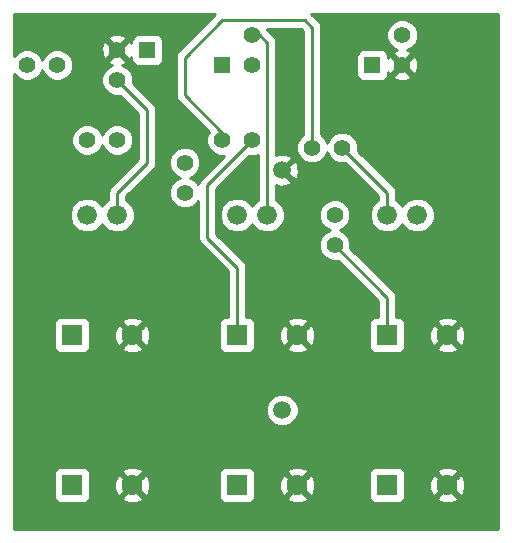
<source format=gtl>
G04 (created by PCBNEW (2013-jul-07)-stable) date Friday 21 August 2015 08:53:58 AM IST*
%MOIN*%
G04 Gerber Fmt 3.4, Leading zero omitted, Abs format*
%FSLAX34Y34*%
G01*
G70*
G90*
G04 APERTURE LIST*
%ADD10C,0.00590551*%
%ADD11R,0.055X0.055*%
%ADD12C,0.055*%
%ADD13C,0.066*%
%ADD14R,0.07X0.07*%
%ADD15C,0.07*%
%ADD16C,0.0590551*%
%ADD17C,0.01*%
G04 APERTURE END LIST*
G54D10*
G54D11*
X98500Y-72000D03*
G54D12*
X99500Y-72000D03*
X99500Y-71000D03*
G54D11*
X93500Y-72000D03*
G54D12*
X94500Y-72000D03*
X94500Y-71000D03*
G54D11*
X91000Y-71500D03*
G54D12*
X90000Y-71500D03*
X90000Y-72500D03*
X90000Y-74500D03*
X89000Y-74500D03*
X97250Y-77000D03*
X97250Y-78000D03*
X96500Y-74750D03*
X97500Y-74750D03*
X93500Y-74500D03*
X94500Y-74500D03*
X92250Y-75250D03*
X92250Y-76250D03*
X88000Y-72000D03*
X87000Y-72000D03*
G54D13*
X94000Y-77000D03*
X95000Y-77000D03*
X99000Y-77000D03*
X100000Y-77000D03*
X89000Y-77000D03*
X90000Y-77000D03*
G54D14*
X94000Y-86000D03*
G54D15*
X96000Y-86000D03*
G54D14*
X94000Y-81000D03*
G54D15*
X96000Y-81000D03*
G54D14*
X88500Y-81000D03*
G54D15*
X90500Y-81000D03*
G54D14*
X99000Y-86000D03*
G54D15*
X101000Y-86000D03*
G54D14*
X99000Y-81000D03*
G54D15*
X101000Y-81000D03*
G54D14*
X88500Y-86000D03*
G54D15*
X90500Y-86000D03*
G54D16*
X95500Y-75500D03*
X95500Y-83500D03*
G54D17*
X99000Y-81000D02*
X99000Y-79750D01*
X99000Y-79750D02*
X97250Y-78000D01*
X93500Y-74500D02*
X93500Y-74250D01*
X96500Y-70750D02*
X96500Y-74750D01*
X96250Y-70500D02*
X96500Y-70750D01*
X93500Y-70500D02*
X96250Y-70500D01*
X92250Y-71750D02*
X93500Y-70500D01*
X92250Y-73000D02*
X92250Y-71750D01*
X93500Y-74250D02*
X92250Y-73000D01*
X99000Y-77000D02*
X99000Y-76250D01*
X99000Y-76250D02*
X97500Y-74750D01*
X95000Y-77000D02*
X95000Y-71250D01*
X94750Y-71000D02*
X94500Y-71000D01*
X95000Y-71250D02*
X94750Y-71000D01*
X90000Y-77000D02*
X90000Y-76250D01*
X91000Y-73500D02*
X90000Y-72500D01*
X91000Y-75250D02*
X91000Y-73500D01*
X90000Y-76250D02*
X91000Y-75250D01*
X94000Y-81000D02*
X94000Y-78750D01*
X93000Y-76000D02*
X94500Y-74500D01*
X93000Y-77750D02*
X93000Y-76000D01*
X94000Y-78750D02*
X93000Y-77750D01*
G54D10*
G36*
X102700Y-87450D02*
X101604Y-87450D01*
X101604Y-86093D01*
X101604Y-81093D01*
X101594Y-80855D01*
X101522Y-80682D01*
X101422Y-80648D01*
X101351Y-80719D01*
X101351Y-80577D01*
X101317Y-80477D01*
X101093Y-80395D01*
X100855Y-80405D01*
X100682Y-80477D01*
X100648Y-80577D01*
X101000Y-80929D01*
X101351Y-80577D01*
X101351Y-80719D01*
X101070Y-81000D01*
X101422Y-81351D01*
X101522Y-81317D01*
X101604Y-81093D01*
X101604Y-86093D01*
X101594Y-85855D01*
X101522Y-85682D01*
X101422Y-85648D01*
X101351Y-85719D01*
X101351Y-85577D01*
X101351Y-81422D01*
X101000Y-81070D01*
X100929Y-81141D01*
X100929Y-81000D01*
X100577Y-80648D01*
X100477Y-80682D01*
X100395Y-80906D01*
X100405Y-81144D01*
X100477Y-81317D01*
X100577Y-81351D01*
X100929Y-81000D01*
X100929Y-81141D01*
X100648Y-81422D01*
X100682Y-81522D01*
X100906Y-81604D01*
X101144Y-81594D01*
X101317Y-81522D01*
X101351Y-81422D01*
X101351Y-85577D01*
X101317Y-85477D01*
X101093Y-85395D01*
X100855Y-85405D01*
X100682Y-85477D01*
X100648Y-85577D01*
X101000Y-85929D01*
X101351Y-85577D01*
X101351Y-85719D01*
X101070Y-86000D01*
X101422Y-86351D01*
X101522Y-86317D01*
X101604Y-86093D01*
X101604Y-87450D01*
X101351Y-87450D01*
X101351Y-86422D01*
X101000Y-86070D01*
X100929Y-86141D01*
X100929Y-86000D01*
X100577Y-85648D01*
X100477Y-85682D01*
X100395Y-85906D01*
X100405Y-86144D01*
X100477Y-86317D01*
X100577Y-86351D01*
X100929Y-86000D01*
X100929Y-86141D01*
X100648Y-86422D01*
X100682Y-86522D01*
X100906Y-86604D01*
X101144Y-86594D01*
X101317Y-86522D01*
X101351Y-86422D01*
X101351Y-87450D01*
X99600Y-87450D01*
X99600Y-86300D01*
X99600Y-85600D01*
X99600Y-81300D01*
X99600Y-80600D01*
X99562Y-80508D01*
X99491Y-80438D01*
X99399Y-80400D01*
X99300Y-80399D01*
X99300Y-80399D01*
X99300Y-79750D01*
X99277Y-79635D01*
X99212Y-79537D01*
X99212Y-79537D01*
X97774Y-78100D01*
X97775Y-77896D01*
X97695Y-77703D01*
X97547Y-77555D01*
X97414Y-77499D01*
X97547Y-77445D01*
X97694Y-77297D01*
X97774Y-77104D01*
X97775Y-76896D01*
X97695Y-76703D01*
X97547Y-76555D01*
X97354Y-76475D01*
X97146Y-76474D01*
X96953Y-76554D01*
X96805Y-76702D01*
X96725Y-76895D01*
X96724Y-77103D01*
X96804Y-77297D01*
X96952Y-77444D01*
X97085Y-77500D01*
X96953Y-77554D01*
X96805Y-77702D01*
X96725Y-77895D01*
X96724Y-78103D01*
X96804Y-78297D01*
X96952Y-78444D01*
X97145Y-78524D01*
X97350Y-78525D01*
X98700Y-79874D01*
X98700Y-80399D01*
X98600Y-80399D01*
X98508Y-80437D01*
X98438Y-80508D01*
X98400Y-80600D01*
X98399Y-80699D01*
X98399Y-81399D01*
X98437Y-81491D01*
X98508Y-81561D01*
X98600Y-81599D01*
X98699Y-81600D01*
X99399Y-81600D01*
X99491Y-81562D01*
X99561Y-81491D01*
X99599Y-81399D01*
X99600Y-81300D01*
X99600Y-85600D01*
X99562Y-85508D01*
X99491Y-85438D01*
X99399Y-85400D01*
X99300Y-85399D01*
X98600Y-85399D01*
X98508Y-85437D01*
X98438Y-85508D01*
X98400Y-85600D01*
X98399Y-85699D01*
X98399Y-86399D01*
X98437Y-86491D01*
X98508Y-86561D01*
X98600Y-86599D01*
X98699Y-86600D01*
X99399Y-86600D01*
X99491Y-86562D01*
X99561Y-86491D01*
X99599Y-86399D01*
X99600Y-86300D01*
X99600Y-87450D01*
X96604Y-87450D01*
X96604Y-86093D01*
X96604Y-81093D01*
X96594Y-80855D01*
X96522Y-80682D01*
X96422Y-80648D01*
X96351Y-80719D01*
X96351Y-80577D01*
X96317Y-80477D01*
X96093Y-80395D01*
X96050Y-80397D01*
X96050Y-75580D01*
X96039Y-75363D01*
X95977Y-75214D01*
X95882Y-75188D01*
X95570Y-75500D01*
X95882Y-75811D01*
X95977Y-75785D01*
X96050Y-75580D01*
X96050Y-80397D01*
X95855Y-80405D01*
X95682Y-80477D01*
X95648Y-80577D01*
X96000Y-80929D01*
X96351Y-80577D01*
X96351Y-80719D01*
X96070Y-81000D01*
X96422Y-81351D01*
X96522Y-81317D01*
X96604Y-81093D01*
X96604Y-86093D01*
X96594Y-85855D01*
X96522Y-85682D01*
X96422Y-85648D01*
X96351Y-85719D01*
X96351Y-85577D01*
X96351Y-81422D01*
X96000Y-81070D01*
X95929Y-81141D01*
X95929Y-81000D01*
X95577Y-80648D01*
X95477Y-80682D01*
X95395Y-80906D01*
X95405Y-81144D01*
X95477Y-81317D01*
X95577Y-81351D01*
X95929Y-81000D01*
X95929Y-81141D01*
X95648Y-81422D01*
X95682Y-81522D01*
X95906Y-81604D01*
X96144Y-81594D01*
X96317Y-81522D01*
X96351Y-81422D01*
X96351Y-85577D01*
X96317Y-85477D01*
X96093Y-85395D01*
X96045Y-85397D01*
X96045Y-83392D01*
X95962Y-83191D01*
X95809Y-83038D01*
X95608Y-82954D01*
X95392Y-82954D01*
X95191Y-83037D01*
X95038Y-83190D01*
X94954Y-83391D01*
X94954Y-83607D01*
X95037Y-83808D01*
X95190Y-83961D01*
X95391Y-84045D01*
X95607Y-84045D01*
X95808Y-83962D01*
X95961Y-83809D01*
X96045Y-83608D01*
X96045Y-83392D01*
X96045Y-85397D01*
X95855Y-85405D01*
X95682Y-85477D01*
X95648Y-85577D01*
X96000Y-85929D01*
X96351Y-85577D01*
X96351Y-85719D01*
X96070Y-86000D01*
X96422Y-86351D01*
X96522Y-86317D01*
X96604Y-86093D01*
X96604Y-87450D01*
X96351Y-87450D01*
X96351Y-86422D01*
X96000Y-86070D01*
X95929Y-86141D01*
X95929Y-86000D01*
X95577Y-85648D01*
X95477Y-85682D01*
X95395Y-85906D01*
X95405Y-86144D01*
X95477Y-86317D01*
X95577Y-86351D01*
X95929Y-86000D01*
X95929Y-86141D01*
X95648Y-86422D01*
X95682Y-86522D01*
X95906Y-86604D01*
X96144Y-86594D01*
X96317Y-86522D01*
X96351Y-86422D01*
X96351Y-87450D01*
X94600Y-87450D01*
X94600Y-86300D01*
X94600Y-85600D01*
X94562Y-85508D01*
X94491Y-85438D01*
X94399Y-85400D01*
X94300Y-85399D01*
X93600Y-85399D01*
X93508Y-85437D01*
X93438Y-85508D01*
X93400Y-85600D01*
X93399Y-85699D01*
X93399Y-86399D01*
X93437Y-86491D01*
X93508Y-86561D01*
X93600Y-86599D01*
X93699Y-86600D01*
X94399Y-86600D01*
X94491Y-86562D01*
X94561Y-86491D01*
X94599Y-86399D01*
X94600Y-86300D01*
X94600Y-87450D01*
X91525Y-87450D01*
X91525Y-71725D01*
X91525Y-71175D01*
X91487Y-71083D01*
X91416Y-71013D01*
X91324Y-70975D01*
X91225Y-70974D01*
X90675Y-70974D01*
X90583Y-71012D01*
X90513Y-71083D01*
X90475Y-71175D01*
X90474Y-71262D01*
X90460Y-71227D01*
X90367Y-71202D01*
X90297Y-71273D01*
X90297Y-71132D01*
X90272Y-71039D01*
X90075Y-70970D01*
X89867Y-70981D01*
X89727Y-71039D01*
X89702Y-71132D01*
X90000Y-71429D01*
X90297Y-71132D01*
X90297Y-71273D01*
X90070Y-71500D01*
X90367Y-71797D01*
X90460Y-71772D01*
X90474Y-71731D01*
X90474Y-71824D01*
X90512Y-71916D01*
X90583Y-71986D01*
X90675Y-72024D01*
X90774Y-72025D01*
X91324Y-72025D01*
X91416Y-71987D01*
X91486Y-71916D01*
X91524Y-71824D01*
X91525Y-71725D01*
X91525Y-87450D01*
X91300Y-87450D01*
X91300Y-75250D01*
X91300Y-73500D01*
X91277Y-73385D01*
X91212Y-73287D01*
X91212Y-73287D01*
X90524Y-72600D01*
X90525Y-72396D01*
X90445Y-72203D01*
X90297Y-72055D01*
X90171Y-72002D01*
X90272Y-71960D01*
X90297Y-71867D01*
X90000Y-71570D01*
X89929Y-71641D01*
X89929Y-71500D01*
X89632Y-71202D01*
X89539Y-71227D01*
X89470Y-71424D01*
X89481Y-71632D01*
X89539Y-71772D01*
X89632Y-71797D01*
X89929Y-71500D01*
X89929Y-71641D01*
X89702Y-71867D01*
X89727Y-71960D01*
X89837Y-71999D01*
X89703Y-72054D01*
X89555Y-72202D01*
X89475Y-72395D01*
X89474Y-72603D01*
X89554Y-72797D01*
X89702Y-72944D01*
X89895Y-73024D01*
X90100Y-73025D01*
X90700Y-73624D01*
X90700Y-75125D01*
X90525Y-75300D01*
X90525Y-74396D01*
X90445Y-74203D01*
X90297Y-74055D01*
X90104Y-73975D01*
X89896Y-73974D01*
X89703Y-74054D01*
X89555Y-74202D01*
X89499Y-74335D01*
X89445Y-74203D01*
X89297Y-74055D01*
X89104Y-73975D01*
X88896Y-73974D01*
X88703Y-74054D01*
X88555Y-74202D01*
X88475Y-74395D01*
X88474Y-74603D01*
X88554Y-74797D01*
X88702Y-74944D01*
X88895Y-75024D01*
X89103Y-75025D01*
X89297Y-74945D01*
X89444Y-74797D01*
X89500Y-74664D01*
X89554Y-74797D01*
X89702Y-74944D01*
X89895Y-75024D01*
X90103Y-75025D01*
X90297Y-74945D01*
X90444Y-74797D01*
X90524Y-74604D01*
X90525Y-74396D01*
X90525Y-75300D01*
X89787Y-76037D01*
X89722Y-76135D01*
X89700Y-76250D01*
X89700Y-76496D01*
X89671Y-76508D01*
X89508Y-76671D01*
X89500Y-76691D01*
X89491Y-76671D01*
X89328Y-76508D01*
X89115Y-76420D01*
X88885Y-76419D01*
X88671Y-76508D01*
X88508Y-76671D01*
X88420Y-76884D01*
X88419Y-77114D01*
X88508Y-77328D01*
X88671Y-77491D01*
X88884Y-77579D01*
X89114Y-77580D01*
X89328Y-77491D01*
X89491Y-77328D01*
X89499Y-77308D01*
X89508Y-77328D01*
X89671Y-77491D01*
X89884Y-77579D01*
X90114Y-77580D01*
X90328Y-77491D01*
X90491Y-77328D01*
X90579Y-77115D01*
X90580Y-76885D01*
X90491Y-76671D01*
X90328Y-76508D01*
X90300Y-76496D01*
X90300Y-76374D01*
X91212Y-75462D01*
X91212Y-75462D01*
X91277Y-75364D01*
X91299Y-75250D01*
X91300Y-75250D01*
X91300Y-87450D01*
X91104Y-87450D01*
X91104Y-86093D01*
X91104Y-81093D01*
X91094Y-80855D01*
X91022Y-80682D01*
X90922Y-80648D01*
X90851Y-80719D01*
X90851Y-80577D01*
X90817Y-80477D01*
X90593Y-80395D01*
X90355Y-80405D01*
X90182Y-80477D01*
X90148Y-80577D01*
X90500Y-80929D01*
X90851Y-80577D01*
X90851Y-80719D01*
X90570Y-81000D01*
X90922Y-81351D01*
X91022Y-81317D01*
X91104Y-81093D01*
X91104Y-86093D01*
X91094Y-85855D01*
X91022Y-85682D01*
X90922Y-85648D01*
X90851Y-85719D01*
X90851Y-85577D01*
X90851Y-81422D01*
X90500Y-81070D01*
X90429Y-81141D01*
X90429Y-81000D01*
X90077Y-80648D01*
X89977Y-80682D01*
X89895Y-80906D01*
X89905Y-81144D01*
X89977Y-81317D01*
X90077Y-81351D01*
X90429Y-81000D01*
X90429Y-81141D01*
X90148Y-81422D01*
X90182Y-81522D01*
X90406Y-81604D01*
X90644Y-81594D01*
X90817Y-81522D01*
X90851Y-81422D01*
X90851Y-85577D01*
X90817Y-85477D01*
X90593Y-85395D01*
X90355Y-85405D01*
X90182Y-85477D01*
X90148Y-85577D01*
X90500Y-85929D01*
X90851Y-85577D01*
X90851Y-85719D01*
X90570Y-86000D01*
X90922Y-86351D01*
X91022Y-86317D01*
X91104Y-86093D01*
X91104Y-87450D01*
X90851Y-87450D01*
X90851Y-86422D01*
X90500Y-86070D01*
X90429Y-86141D01*
X90429Y-86000D01*
X90077Y-85648D01*
X89977Y-85682D01*
X89895Y-85906D01*
X89905Y-86144D01*
X89977Y-86317D01*
X90077Y-86351D01*
X90429Y-86000D01*
X90429Y-86141D01*
X90148Y-86422D01*
X90182Y-86522D01*
X90406Y-86604D01*
X90644Y-86594D01*
X90817Y-86522D01*
X90851Y-86422D01*
X90851Y-87450D01*
X89100Y-87450D01*
X89100Y-86300D01*
X89100Y-85600D01*
X89100Y-81300D01*
X89100Y-80600D01*
X89062Y-80508D01*
X88991Y-80438D01*
X88899Y-80400D01*
X88800Y-80399D01*
X88100Y-80399D01*
X88008Y-80437D01*
X87938Y-80508D01*
X87900Y-80600D01*
X87899Y-80699D01*
X87899Y-81399D01*
X87937Y-81491D01*
X88008Y-81561D01*
X88100Y-81599D01*
X88199Y-81600D01*
X88899Y-81600D01*
X88991Y-81562D01*
X89061Y-81491D01*
X89099Y-81399D01*
X89100Y-81300D01*
X89100Y-85600D01*
X89062Y-85508D01*
X88991Y-85438D01*
X88899Y-85400D01*
X88800Y-85399D01*
X88100Y-85399D01*
X88008Y-85437D01*
X87938Y-85508D01*
X87900Y-85600D01*
X87899Y-85699D01*
X87899Y-86399D01*
X87937Y-86491D01*
X88008Y-86561D01*
X88100Y-86599D01*
X88199Y-86600D01*
X88899Y-86600D01*
X88991Y-86562D01*
X89061Y-86491D01*
X89099Y-86399D01*
X89100Y-86300D01*
X89100Y-87450D01*
X86550Y-87450D01*
X86550Y-72285D01*
X86554Y-72297D01*
X86702Y-72444D01*
X86895Y-72524D01*
X87103Y-72525D01*
X87297Y-72445D01*
X87444Y-72297D01*
X87500Y-72164D01*
X87554Y-72297D01*
X87702Y-72444D01*
X87895Y-72524D01*
X88103Y-72525D01*
X88297Y-72445D01*
X88444Y-72297D01*
X88524Y-72104D01*
X88525Y-71896D01*
X88445Y-71703D01*
X88297Y-71555D01*
X88104Y-71475D01*
X87896Y-71474D01*
X87703Y-71554D01*
X87555Y-71702D01*
X87499Y-71835D01*
X87445Y-71703D01*
X87297Y-71555D01*
X87104Y-71475D01*
X86896Y-71474D01*
X86703Y-71554D01*
X86555Y-71702D01*
X86550Y-71714D01*
X86550Y-70300D01*
X93275Y-70300D01*
X92037Y-71537D01*
X91972Y-71635D01*
X91950Y-71750D01*
X91950Y-73000D01*
X91972Y-73114D01*
X92037Y-73212D01*
X93047Y-74221D01*
X92975Y-74395D01*
X92974Y-74603D01*
X93054Y-74797D01*
X93202Y-74944D01*
X93395Y-75024D01*
X93550Y-75025D01*
X92787Y-75787D01*
X92722Y-75885D01*
X92704Y-75975D01*
X92695Y-75953D01*
X92547Y-75805D01*
X92414Y-75749D01*
X92547Y-75695D01*
X92694Y-75547D01*
X92774Y-75354D01*
X92775Y-75146D01*
X92695Y-74953D01*
X92547Y-74805D01*
X92354Y-74725D01*
X92146Y-74724D01*
X91953Y-74804D01*
X91805Y-74952D01*
X91725Y-75145D01*
X91724Y-75353D01*
X91804Y-75547D01*
X91952Y-75694D01*
X92085Y-75750D01*
X91953Y-75804D01*
X91805Y-75952D01*
X91725Y-76145D01*
X91724Y-76353D01*
X91804Y-76547D01*
X91952Y-76694D01*
X92145Y-76774D01*
X92353Y-76775D01*
X92547Y-76695D01*
X92694Y-76547D01*
X92700Y-76535D01*
X92700Y-77750D01*
X92722Y-77864D01*
X92787Y-77962D01*
X93700Y-78874D01*
X93700Y-80399D01*
X93600Y-80399D01*
X93508Y-80437D01*
X93438Y-80508D01*
X93400Y-80600D01*
X93399Y-80699D01*
X93399Y-81399D01*
X93437Y-81491D01*
X93508Y-81561D01*
X93600Y-81599D01*
X93699Y-81600D01*
X94399Y-81600D01*
X94491Y-81562D01*
X94561Y-81491D01*
X94599Y-81399D01*
X94600Y-81300D01*
X94600Y-80600D01*
X94562Y-80508D01*
X94491Y-80438D01*
X94399Y-80400D01*
X94300Y-80399D01*
X94300Y-80399D01*
X94300Y-78750D01*
X94277Y-78635D01*
X94212Y-78537D01*
X94212Y-78537D01*
X93300Y-77625D01*
X93300Y-76124D01*
X94399Y-75024D01*
X94603Y-75025D01*
X94700Y-74985D01*
X94700Y-76496D01*
X94671Y-76508D01*
X94508Y-76671D01*
X94500Y-76691D01*
X94491Y-76671D01*
X94328Y-76508D01*
X94115Y-76420D01*
X93885Y-76419D01*
X93671Y-76508D01*
X93508Y-76671D01*
X93420Y-76884D01*
X93419Y-77114D01*
X93508Y-77328D01*
X93671Y-77491D01*
X93884Y-77579D01*
X94114Y-77580D01*
X94328Y-77491D01*
X94491Y-77328D01*
X94499Y-77308D01*
X94508Y-77328D01*
X94671Y-77491D01*
X94884Y-77579D01*
X95114Y-77580D01*
X95328Y-77491D01*
X95491Y-77328D01*
X95579Y-77115D01*
X95580Y-76885D01*
X95491Y-76671D01*
X95328Y-76508D01*
X95300Y-76496D01*
X95300Y-76007D01*
X95419Y-76050D01*
X95636Y-76039D01*
X95785Y-75977D01*
X95811Y-75882D01*
X95500Y-75570D01*
X95494Y-75576D01*
X95423Y-75505D01*
X95429Y-75500D01*
X95423Y-75494D01*
X95494Y-75423D01*
X95500Y-75429D01*
X95811Y-75117D01*
X95785Y-75022D01*
X95580Y-74949D01*
X95363Y-74960D01*
X95300Y-74987D01*
X95300Y-71250D01*
X95277Y-71135D01*
X95212Y-71037D01*
X95212Y-71037D01*
X94993Y-70818D01*
X94985Y-70800D01*
X96125Y-70800D01*
X96200Y-70874D01*
X96200Y-74307D01*
X96055Y-74452D01*
X95975Y-74645D01*
X95974Y-74853D01*
X96054Y-75047D01*
X96202Y-75194D01*
X96395Y-75274D01*
X96603Y-75275D01*
X96797Y-75195D01*
X96944Y-75047D01*
X97000Y-74914D01*
X97054Y-75047D01*
X97202Y-75194D01*
X97395Y-75274D01*
X97600Y-75275D01*
X98700Y-76374D01*
X98700Y-76496D01*
X98671Y-76508D01*
X98508Y-76671D01*
X98420Y-76884D01*
X98419Y-77114D01*
X98508Y-77328D01*
X98671Y-77491D01*
X98884Y-77579D01*
X99114Y-77580D01*
X99328Y-77491D01*
X99491Y-77328D01*
X99499Y-77308D01*
X99508Y-77328D01*
X99671Y-77491D01*
X99884Y-77579D01*
X100114Y-77580D01*
X100328Y-77491D01*
X100491Y-77328D01*
X100579Y-77115D01*
X100580Y-76885D01*
X100491Y-76671D01*
X100328Y-76508D01*
X100115Y-76420D01*
X100029Y-76420D01*
X100029Y-72075D01*
X100025Y-71987D01*
X100025Y-70896D01*
X99945Y-70703D01*
X99797Y-70555D01*
X99604Y-70475D01*
X99396Y-70474D01*
X99203Y-70554D01*
X99055Y-70702D01*
X98975Y-70895D01*
X98974Y-71103D01*
X99054Y-71297D01*
X99202Y-71444D01*
X99328Y-71497D01*
X99227Y-71539D01*
X99202Y-71632D01*
X99500Y-71929D01*
X99797Y-71632D01*
X99772Y-71539D01*
X99662Y-71500D01*
X99797Y-71445D01*
X99944Y-71297D01*
X100024Y-71104D01*
X100025Y-70896D01*
X100025Y-71987D01*
X100018Y-71867D01*
X99960Y-71727D01*
X99867Y-71702D01*
X99570Y-72000D01*
X99867Y-72297D01*
X99960Y-72272D01*
X100029Y-72075D01*
X100029Y-76420D01*
X99885Y-76419D01*
X99797Y-76456D01*
X99797Y-72367D01*
X99500Y-72070D01*
X99429Y-72141D01*
X99429Y-72000D01*
X99132Y-71702D01*
X99039Y-71727D01*
X99025Y-71768D01*
X99025Y-71675D01*
X98987Y-71583D01*
X98916Y-71513D01*
X98824Y-71475D01*
X98725Y-71474D01*
X98175Y-71474D01*
X98083Y-71512D01*
X98013Y-71583D01*
X97975Y-71675D01*
X97974Y-71774D01*
X97974Y-72324D01*
X98012Y-72416D01*
X98083Y-72486D01*
X98175Y-72524D01*
X98274Y-72525D01*
X98824Y-72525D01*
X98916Y-72487D01*
X98986Y-72416D01*
X99024Y-72324D01*
X99025Y-72237D01*
X99039Y-72272D01*
X99132Y-72297D01*
X99429Y-72000D01*
X99429Y-72141D01*
X99202Y-72367D01*
X99227Y-72460D01*
X99424Y-72529D01*
X99632Y-72518D01*
X99772Y-72460D01*
X99797Y-72367D01*
X99797Y-76456D01*
X99671Y-76508D01*
X99508Y-76671D01*
X99500Y-76691D01*
X99491Y-76671D01*
X99328Y-76508D01*
X99300Y-76496D01*
X99300Y-76250D01*
X99277Y-76135D01*
X99212Y-76037D01*
X99212Y-76037D01*
X98024Y-74850D01*
X98025Y-74646D01*
X97945Y-74453D01*
X97797Y-74305D01*
X97604Y-74225D01*
X97396Y-74224D01*
X97203Y-74304D01*
X97055Y-74452D01*
X96999Y-74585D01*
X96945Y-74453D01*
X96800Y-74307D01*
X96800Y-70750D01*
X96777Y-70635D01*
X96712Y-70537D01*
X96712Y-70537D01*
X96474Y-70300D01*
X102700Y-70300D01*
X102700Y-87450D01*
X102700Y-87450D01*
G37*
G54D17*
X102700Y-87450D02*
X101604Y-87450D01*
X101604Y-86093D01*
X101604Y-81093D01*
X101594Y-80855D01*
X101522Y-80682D01*
X101422Y-80648D01*
X101351Y-80719D01*
X101351Y-80577D01*
X101317Y-80477D01*
X101093Y-80395D01*
X100855Y-80405D01*
X100682Y-80477D01*
X100648Y-80577D01*
X101000Y-80929D01*
X101351Y-80577D01*
X101351Y-80719D01*
X101070Y-81000D01*
X101422Y-81351D01*
X101522Y-81317D01*
X101604Y-81093D01*
X101604Y-86093D01*
X101594Y-85855D01*
X101522Y-85682D01*
X101422Y-85648D01*
X101351Y-85719D01*
X101351Y-85577D01*
X101351Y-81422D01*
X101000Y-81070D01*
X100929Y-81141D01*
X100929Y-81000D01*
X100577Y-80648D01*
X100477Y-80682D01*
X100395Y-80906D01*
X100405Y-81144D01*
X100477Y-81317D01*
X100577Y-81351D01*
X100929Y-81000D01*
X100929Y-81141D01*
X100648Y-81422D01*
X100682Y-81522D01*
X100906Y-81604D01*
X101144Y-81594D01*
X101317Y-81522D01*
X101351Y-81422D01*
X101351Y-85577D01*
X101317Y-85477D01*
X101093Y-85395D01*
X100855Y-85405D01*
X100682Y-85477D01*
X100648Y-85577D01*
X101000Y-85929D01*
X101351Y-85577D01*
X101351Y-85719D01*
X101070Y-86000D01*
X101422Y-86351D01*
X101522Y-86317D01*
X101604Y-86093D01*
X101604Y-87450D01*
X101351Y-87450D01*
X101351Y-86422D01*
X101000Y-86070D01*
X100929Y-86141D01*
X100929Y-86000D01*
X100577Y-85648D01*
X100477Y-85682D01*
X100395Y-85906D01*
X100405Y-86144D01*
X100477Y-86317D01*
X100577Y-86351D01*
X100929Y-86000D01*
X100929Y-86141D01*
X100648Y-86422D01*
X100682Y-86522D01*
X100906Y-86604D01*
X101144Y-86594D01*
X101317Y-86522D01*
X101351Y-86422D01*
X101351Y-87450D01*
X99600Y-87450D01*
X99600Y-86300D01*
X99600Y-85600D01*
X99600Y-81300D01*
X99600Y-80600D01*
X99562Y-80508D01*
X99491Y-80438D01*
X99399Y-80400D01*
X99300Y-80399D01*
X99300Y-80399D01*
X99300Y-79750D01*
X99277Y-79635D01*
X99212Y-79537D01*
X99212Y-79537D01*
X97774Y-78100D01*
X97775Y-77896D01*
X97695Y-77703D01*
X97547Y-77555D01*
X97414Y-77499D01*
X97547Y-77445D01*
X97694Y-77297D01*
X97774Y-77104D01*
X97775Y-76896D01*
X97695Y-76703D01*
X97547Y-76555D01*
X97354Y-76475D01*
X97146Y-76474D01*
X96953Y-76554D01*
X96805Y-76702D01*
X96725Y-76895D01*
X96724Y-77103D01*
X96804Y-77297D01*
X96952Y-77444D01*
X97085Y-77500D01*
X96953Y-77554D01*
X96805Y-77702D01*
X96725Y-77895D01*
X96724Y-78103D01*
X96804Y-78297D01*
X96952Y-78444D01*
X97145Y-78524D01*
X97350Y-78525D01*
X98700Y-79874D01*
X98700Y-80399D01*
X98600Y-80399D01*
X98508Y-80437D01*
X98438Y-80508D01*
X98400Y-80600D01*
X98399Y-80699D01*
X98399Y-81399D01*
X98437Y-81491D01*
X98508Y-81561D01*
X98600Y-81599D01*
X98699Y-81600D01*
X99399Y-81600D01*
X99491Y-81562D01*
X99561Y-81491D01*
X99599Y-81399D01*
X99600Y-81300D01*
X99600Y-85600D01*
X99562Y-85508D01*
X99491Y-85438D01*
X99399Y-85400D01*
X99300Y-85399D01*
X98600Y-85399D01*
X98508Y-85437D01*
X98438Y-85508D01*
X98400Y-85600D01*
X98399Y-85699D01*
X98399Y-86399D01*
X98437Y-86491D01*
X98508Y-86561D01*
X98600Y-86599D01*
X98699Y-86600D01*
X99399Y-86600D01*
X99491Y-86562D01*
X99561Y-86491D01*
X99599Y-86399D01*
X99600Y-86300D01*
X99600Y-87450D01*
X96604Y-87450D01*
X96604Y-86093D01*
X96604Y-81093D01*
X96594Y-80855D01*
X96522Y-80682D01*
X96422Y-80648D01*
X96351Y-80719D01*
X96351Y-80577D01*
X96317Y-80477D01*
X96093Y-80395D01*
X96050Y-80397D01*
X96050Y-75580D01*
X96039Y-75363D01*
X95977Y-75214D01*
X95882Y-75188D01*
X95570Y-75500D01*
X95882Y-75811D01*
X95977Y-75785D01*
X96050Y-75580D01*
X96050Y-80397D01*
X95855Y-80405D01*
X95682Y-80477D01*
X95648Y-80577D01*
X96000Y-80929D01*
X96351Y-80577D01*
X96351Y-80719D01*
X96070Y-81000D01*
X96422Y-81351D01*
X96522Y-81317D01*
X96604Y-81093D01*
X96604Y-86093D01*
X96594Y-85855D01*
X96522Y-85682D01*
X96422Y-85648D01*
X96351Y-85719D01*
X96351Y-85577D01*
X96351Y-81422D01*
X96000Y-81070D01*
X95929Y-81141D01*
X95929Y-81000D01*
X95577Y-80648D01*
X95477Y-80682D01*
X95395Y-80906D01*
X95405Y-81144D01*
X95477Y-81317D01*
X95577Y-81351D01*
X95929Y-81000D01*
X95929Y-81141D01*
X95648Y-81422D01*
X95682Y-81522D01*
X95906Y-81604D01*
X96144Y-81594D01*
X96317Y-81522D01*
X96351Y-81422D01*
X96351Y-85577D01*
X96317Y-85477D01*
X96093Y-85395D01*
X96045Y-85397D01*
X96045Y-83392D01*
X95962Y-83191D01*
X95809Y-83038D01*
X95608Y-82954D01*
X95392Y-82954D01*
X95191Y-83037D01*
X95038Y-83190D01*
X94954Y-83391D01*
X94954Y-83607D01*
X95037Y-83808D01*
X95190Y-83961D01*
X95391Y-84045D01*
X95607Y-84045D01*
X95808Y-83962D01*
X95961Y-83809D01*
X96045Y-83608D01*
X96045Y-83392D01*
X96045Y-85397D01*
X95855Y-85405D01*
X95682Y-85477D01*
X95648Y-85577D01*
X96000Y-85929D01*
X96351Y-85577D01*
X96351Y-85719D01*
X96070Y-86000D01*
X96422Y-86351D01*
X96522Y-86317D01*
X96604Y-86093D01*
X96604Y-87450D01*
X96351Y-87450D01*
X96351Y-86422D01*
X96000Y-86070D01*
X95929Y-86141D01*
X95929Y-86000D01*
X95577Y-85648D01*
X95477Y-85682D01*
X95395Y-85906D01*
X95405Y-86144D01*
X95477Y-86317D01*
X95577Y-86351D01*
X95929Y-86000D01*
X95929Y-86141D01*
X95648Y-86422D01*
X95682Y-86522D01*
X95906Y-86604D01*
X96144Y-86594D01*
X96317Y-86522D01*
X96351Y-86422D01*
X96351Y-87450D01*
X94600Y-87450D01*
X94600Y-86300D01*
X94600Y-85600D01*
X94562Y-85508D01*
X94491Y-85438D01*
X94399Y-85400D01*
X94300Y-85399D01*
X93600Y-85399D01*
X93508Y-85437D01*
X93438Y-85508D01*
X93400Y-85600D01*
X93399Y-85699D01*
X93399Y-86399D01*
X93437Y-86491D01*
X93508Y-86561D01*
X93600Y-86599D01*
X93699Y-86600D01*
X94399Y-86600D01*
X94491Y-86562D01*
X94561Y-86491D01*
X94599Y-86399D01*
X94600Y-86300D01*
X94600Y-87450D01*
X91525Y-87450D01*
X91525Y-71725D01*
X91525Y-71175D01*
X91487Y-71083D01*
X91416Y-71013D01*
X91324Y-70975D01*
X91225Y-70974D01*
X90675Y-70974D01*
X90583Y-71012D01*
X90513Y-71083D01*
X90475Y-71175D01*
X90474Y-71262D01*
X90460Y-71227D01*
X90367Y-71202D01*
X90297Y-71273D01*
X90297Y-71132D01*
X90272Y-71039D01*
X90075Y-70970D01*
X89867Y-70981D01*
X89727Y-71039D01*
X89702Y-71132D01*
X90000Y-71429D01*
X90297Y-71132D01*
X90297Y-71273D01*
X90070Y-71500D01*
X90367Y-71797D01*
X90460Y-71772D01*
X90474Y-71731D01*
X90474Y-71824D01*
X90512Y-71916D01*
X90583Y-71986D01*
X90675Y-72024D01*
X90774Y-72025D01*
X91324Y-72025D01*
X91416Y-71987D01*
X91486Y-71916D01*
X91524Y-71824D01*
X91525Y-71725D01*
X91525Y-87450D01*
X91300Y-87450D01*
X91300Y-75250D01*
X91300Y-73500D01*
X91277Y-73385D01*
X91212Y-73287D01*
X91212Y-73287D01*
X90524Y-72600D01*
X90525Y-72396D01*
X90445Y-72203D01*
X90297Y-72055D01*
X90171Y-72002D01*
X90272Y-71960D01*
X90297Y-71867D01*
X90000Y-71570D01*
X89929Y-71641D01*
X89929Y-71500D01*
X89632Y-71202D01*
X89539Y-71227D01*
X89470Y-71424D01*
X89481Y-71632D01*
X89539Y-71772D01*
X89632Y-71797D01*
X89929Y-71500D01*
X89929Y-71641D01*
X89702Y-71867D01*
X89727Y-71960D01*
X89837Y-71999D01*
X89703Y-72054D01*
X89555Y-72202D01*
X89475Y-72395D01*
X89474Y-72603D01*
X89554Y-72797D01*
X89702Y-72944D01*
X89895Y-73024D01*
X90100Y-73025D01*
X90700Y-73624D01*
X90700Y-75125D01*
X90525Y-75300D01*
X90525Y-74396D01*
X90445Y-74203D01*
X90297Y-74055D01*
X90104Y-73975D01*
X89896Y-73974D01*
X89703Y-74054D01*
X89555Y-74202D01*
X89499Y-74335D01*
X89445Y-74203D01*
X89297Y-74055D01*
X89104Y-73975D01*
X88896Y-73974D01*
X88703Y-74054D01*
X88555Y-74202D01*
X88475Y-74395D01*
X88474Y-74603D01*
X88554Y-74797D01*
X88702Y-74944D01*
X88895Y-75024D01*
X89103Y-75025D01*
X89297Y-74945D01*
X89444Y-74797D01*
X89500Y-74664D01*
X89554Y-74797D01*
X89702Y-74944D01*
X89895Y-75024D01*
X90103Y-75025D01*
X90297Y-74945D01*
X90444Y-74797D01*
X90524Y-74604D01*
X90525Y-74396D01*
X90525Y-75300D01*
X89787Y-76037D01*
X89722Y-76135D01*
X89700Y-76250D01*
X89700Y-76496D01*
X89671Y-76508D01*
X89508Y-76671D01*
X89500Y-76691D01*
X89491Y-76671D01*
X89328Y-76508D01*
X89115Y-76420D01*
X88885Y-76419D01*
X88671Y-76508D01*
X88508Y-76671D01*
X88420Y-76884D01*
X88419Y-77114D01*
X88508Y-77328D01*
X88671Y-77491D01*
X88884Y-77579D01*
X89114Y-77580D01*
X89328Y-77491D01*
X89491Y-77328D01*
X89499Y-77308D01*
X89508Y-77328D01*
X89671Y-77491D01*
X89884Y-77579D01*
X90114Y-77580D01*
X90328Y-77491D01*
X90491Y-77328D01*
X90579Y-77115D01*
X90580Y-76885D01*
X90491Y-76671D01*
X90328Y-76508D01*
X90300Y-76496D01*
X90300Y-76374D01*
X91212Y-75462D01*
X91212Y-75462D01*
X91277Y-75364D01*
X91299Y-75250D01*
X91300Y-75250D01*
X91300Y-87450D01*
X91104Y-87450D01*
X91104Y-86093D01*
X91104Y-81093D01*
X91094Y-80855D01*
X91022Y-80682D01*
X90922Y-80648D01*
X90851Y-80719D01*
X90851Y-80577D01*
X90817Y-80477D01*
X90593Y-80395D01*
X90355Y-80405D01*
X90182Y-80477D01*
X90148Y-80577D01*
X90500Y-80929D01*
X90851Y-80577D01*
X90851Y-80719D01*
X90570Y-81000D01*
X90922Y-81351D01*
X91022Y-81317D01*
X91104Y-81093D01*
X91104Y-86093D01*
X91094Y-85855D01*
X91022Y-85682D01*
X90922Y-85648D01*
X90851Y-85719D01*
X90851Y-85577D01*
X90851Y-81422D01*
X90500Y-81070D01*
X90429Y-81141D01*
X90429Y-81000D01*
X90077Y-80648D01*
X89977Y-80682D01*
X89895Y-80906D01*
X89905Y-81144D01*
X89977Y-81317D01*
X90077Y-81351D01*
X90429Y-81000D01*
X90429Y-81141D01*
X90148Y-81422D01*
X90182Y-81522D01*
X90406Y-81604D01*
X90644Y-81594D01*
X90817Y-81522D01*
X90851Y-81422D01*
X90851Y-85577D01*
X90817Y-85477D01*
X90593Y-85395D01*
X90355Y-85405D01*
X90182Y-85477D01*
X90148Y-85577D01*
X90500Y-85929D01*
X90851Y-85577D01*
X90851Y-85719D01*
X90570Y-86000D01*
X90922Y-86351D01*
X91022Y-86317D01*
X91104Y-86093D01*
X91104Y-87450D01*
X90851Y-87450D01*
X90851Y-86422D01*
X90500Y-86070D01*
X90429Y-86141D01*
X90429Y-86000D01*
X90077Y-85648D01*
X89977Y-85682D01*
X89895Y-85906D01*
X89905Y-86144D01*
X89977Y-86317D01*
X90077Y-86351D01*
X90429Y-86000D01*
X90429Y-86141D01*
X90148Y-86422D01*
X90182Y-86522D01*
X90406Y-86604D01*
X90644Y-86594D01*
X90817Y-86522D01*
X90851Y-86422D01*
X90851Y-87450D01*
X89100Y-87450D01*
X89100Y-86300D01*
X89100Y-85600D01*
X89100Y-81300D01*
X89100Y-80600D01*
X89062Y-80508D01*
X88991Y-80438D01*
X88899Y-80400D01*
X88800Y-80399D01*
X88100Y-80399D01*
X88008Y-80437D01*
X87938Y-80508D01*
X87900Y-80600D01*
X87899Y-80699D01*
X87899Y-81399D01*
X87937Y-81491D01*
X88008Y-81561D01*
X88100Y-81599D01*
X88199Y-81600D01*
X88899Y-81600D01*
X88991Y-81562D01*
X89061Y-81491D01*
X89099Y-81399D01*
X89100Y-81300D01*
X89100Y-85600D01*
X89062Y-85508D01*
X88991Y-85438D01*
X88899Y-85400D01*
X88800Y-85399D01*
X88100Y-85399D01*
X88008Y-85437D01*
X87938Y-85508D01*
X87900Y-85600D01*
X87899Y-85699D01*
X87899Y-86399D01*
X87937Y-86491D01*
X88008Y-86561D01*
X88100Y-86599D01*
X88199Y-86600D01*
X88899Y-86600D01*
X88991Y-86562D01*
X89061Y-86491D01*
X89099Y-86399D01*
X89100Y-86300D01*
X89100Y-87450D01*
X86550Y-87450D01*
X86550Y-72285D01*
X86554Y-72297D01*
X86702Y-72444D01*
X86895Y-72524D01*
X87103Y-72525D01*
X87297Y-72445D01*
X87444Y-72297D01*
X87500Y-72164D01*
X87554Y-72297D01*
X87702Y-72444D01*
X87895Y-72524D01*
X88103Y-72525D01*
X88297Y-72445D01*
X88444Y-72297D01*
X88524Y-72104D01*
X88525Y-71896D01*
X88445Y-71703D01*
X88297Y-71555D01*
X88104Y-71475D01*
X87896Y-71474D01*
X87703Y-71554D01*
X87555Y-71702D01*
X87499Y-71835D01*
X87445Y-71703D01*
X87297Y-71555D01*
X87104Y-71475D01*
X86896Y-71474D01*
X86703Y-71554D01*
X86555Y-71702D01*
X86550Y-71714D01*
X86550Y-70300D01*
X93275Y-70300D01*
X92037Y-71537D01*
X91972Y-71635D01*
X91950Y-71750D01*
X91950Y-73000D01*
X91972Y-73114D01*
X92037Y-73212D01*
X93047Y-74221D01*
X92975Y-74395D01*
X92974Y-74603D01*
X93054Y-74797D01*
X93202Y-74944D01*
X93395Y-75024D01*
X93550Y-75025D01*
X92787Y-75787D01*
X92722Y-75885D01*
X92704Y-75975D01*
X92695Y-75953D01*
X92547Y-75805D01*
X92414Y-75749D01*
X92547Y-75695D01*
X92694Y-75547D01*
X92774Y-75354D01*
X92775Y-75146D01*
X92695Y-74953D01*
X92547Y-74805D01*
X92354Y-74725D01*
X92146Y-74724D01*
X91953Y-74804D01*
X91805Y-74952D01*
X91725Y-75145D01*
X91724Y-75353D01*
X91804Y-75547D01*
X91952Y-75694D01*
X92085Y-75750D01*
X91953Y-75804D01*
X91805Y-75952D01*
X91725Y-76145D01*
X91724Y-76353D01*
X91804Y-76547D01*
X91952Y-76694D01*
X92145Y-76774D01*
X92353Y-76775D01*
X92547Y-76695D01*
X92694Y-76547D01*
X92700Y-76535D01*
X92700Y-77750D01*
X92722Y-77864D01*
X92787Y-77962D01*
X93700Y-78874D01*
X93700Y-80399D01*
X93600Y-80399D01*
X93508Y-80437D01*
X93438Y-80508D01*
X93400Y-80600D01*
X93399Y-80699D01*
X93399Y-81399D01*
X93437Y-81491D01*
X93508Y-81561D01*
X93600Y-81599D01*
X93699Y-81600D01*
X94399Y-81600D01*
X94491Y-81562D01*
X94561Y-81491D01*
X94599Y-81399D01*
X94600Y-81300D01*
X94600Y-80600D01*
X94562Y-80508D01*
X94491Y-80438D01*
X94399Y-80400D01*
X94300Y-80399D01*
X94300Y-80399D01*
X94300Y-78750D01*
X94277Y-78635D01*
X94212Y-78537D01*
X94212Y-78537D01*
X93300Y-77625D01*
X93300Y-76124D01*
X94399Y-75024D01*
X94603Y-75025D01*
X94700Y-74985D01*
X94700Y-76496D01*
X94671Y-76508D01*
X94508Y-76671D01*
X94500Y-76691D01*
X94491Y-76671D01*
X94328Y-76508D01*
X94115Y-76420D01*
X93885Y-76419D01*
X93671Y-76508D01*
X93508Y-76671D01*
X93420Y-76884D01*
X93419Y-77114D01*
X93508Y-77328D01*
X93671Y-77491D01*
X93884Y-77579D01*
X94114Y-77580D01*
X94328Y-77491D01*
X94491Y-77328D01*
X94499Y-77308D01*
X94508Y-77328D01*
X94671Y-77491D01*
X94884Y-77579D01*
X95114Y-77580D01*
X95328Y-77491D01*
X95491Y-77328D01*
X95579Y-77115D01*
X95580Y-76885D01*
X95491Y-76671D01*
X95328Y-76508D01*
X95300Y-76496D01*
X95300Y-76007D01*
X95419Y-76050D01*
X95636Y-76039D01*
X95785Y-75977D01*
X95811Y-75882D01*
X95500Y-75570D01*
X95494Y-75576D01*
X95423Y-75505D01*
X95429Y-75500D01*
X95423Y-75494D01*
X95494Y-75423D01*
X95500Y-75429D01*
X95811Y-75117D01*
X95785Y-75022D01*
X95580Y-74949D01*
X95363Y-74960D01*
X95300Y-74987D01*
X95300Y-71250D01*
X95277Y-71135D01*
X95212Y-71037D01*
X95212Y-71037D01*
X94993Y-70818D01*
X94985Y-70800D01*
X96125Y-70800D01*
X96200Y-70874D01*
X96200Y-74307D01*
X96055Y-74452D01*
X95975Y-74645D01*
X95974Y-74853D01*
X96054Y-75047D01*
X96202Y-75194D01*
X96395Y-75274D01*
X96603Y-75275D01*
X96797Y-75195D01*
X96944Y-75047D01*
X97000Y-74914D01*
X97054Y-75047D01*
X97202Y-75194D01*
X97395Y-75274D01*
X97600Y-75275D01*
X98700Y-76374D01*
X98700Y-76496D01*
X98671Y-76508D01*
X98508Y-76671D01*
X98420Y-76884D01*
X98419Y-77114D01*
X98508Y-77328D01*
X98671Y-77491D01*
X98884Y-77579D01*
X99114Y-77580D01*
X99328Y-77491D01*
X99491Y-77328D01*
X99499Y-77308D01*
X99508Y-77328D01*
X99671Y-77491D01*
X99884Y-77579D01*
X100114Y-77580D01*
X100328Y-77491D01*
X100491Y-77328D01*
X100579Y-77115D01*
X100580Y-76885D01*
X100491Y-76671D01*
X100328Y-76508D01*
X100115Y-76420D01*
X100029Y-76420D01*
X100029Y-72075D01*
X100025Y-71987D01*
X100025Y-70896D01*
X99945Y-70703D01*
X99797Y-70555D01*
X99604Y-70475D01*
X99396Y-70474D01*
X99203Y-70554D01*
X99055Y-70702D01*
X98975Y-70895D01*
X98974Y-71103D01*
X99054Y-71297D01*
X99202Y-71444D01*
X99328Y-71497D01*
X99227Y-71539D01*
X99202Y-71632D01*
X99500Y-71929D01*
X99797Y-71632D01*
X99772Y-71539D01*
X99662Y-71500D01*
X99797Y-71445D01*
X99944Y-71297D01*
X100024Y-71104D01*
X100025Y-70896D01*
X100025Y-71987D01*
X100018Y-71867D01*
X99960Y-71727D01*
X99867Y-71702D01*
X99570Y-72000D01*
X99867Y-72297D01*
X99960Y-72272D01*
X100029Y-72075D01*
X100029Y-76420D01*
X99885Y-76419D01*
X99797Y-76456D01*
X99797Y-72367D01*
X99500Y-72070D01*
X99429Y-72141D01*
X99429Y-72000D01*
X99132Y-71702D01*
X99039Y-71727D01*
X99025Y-71768D01*
X99025Y-71675D01*
X98987Y-71583D01*
X98916Y-71513D01*
X98824Y-71475D01*
X98725Y-71474D01*
X98175Y-71474D01*
X98083Y-71512D01*
X98013Y-71583D01*
X97975Y-71675D01*
X97974Y-71774D01*
X97974Y-72324D01*
X98012Y-72416D01*
X98083Y-72486D01*
X98175Y-72524D01*
X98274Y-72525D01*
X98824Y-72525D01*
X98916Y-72487D01*
X98986Y-72416D01*
X99024Y-72324D01*
X99025Y-72237D01*
X99039Y-72272D01*
X99132Y-72297D01*
X99429Y-72000D01*
X99429Y-72141D01*
X99202Y-72367D01*
X99227Y-72460D01*
X99424Y-72529D01*
X99632Y-72518D01*
X99772Y-72460D01*
X99797Y-72367D01*
X99797Y-76456D01*
X99671Y-76508D01*
X99508Y-76671D01*
X99500Y-76691D01*
X99491Y-76671D01*
X99328Y-76508D01*
X99300Y-76496D01*
X99300Y-76250D01*
X99277Y-76135D01*
X99212Y-76037D01*
X99212Y-76037D01*
X98024Y-74850D01*
X98025Y-74646D01*
X97945Y-74453D01*
X97797Y-74305D01*
X97604Y-74225D01*
X97396Y-74224D01*
X97203Y-74304D01*
X97055Y-74452D01*
X96999Y-74585D01*
X96945Y-74453D01*
X96800Y-74307D01*
X96800Y-70750D01*
X96777Y-70635D01*
X96712Y-70537D01*
X96712Y-70537D01*
X96474Y-70300D01*
X102700Y-70300D01*
X102700Y-87450D01*
M02*

</source>
